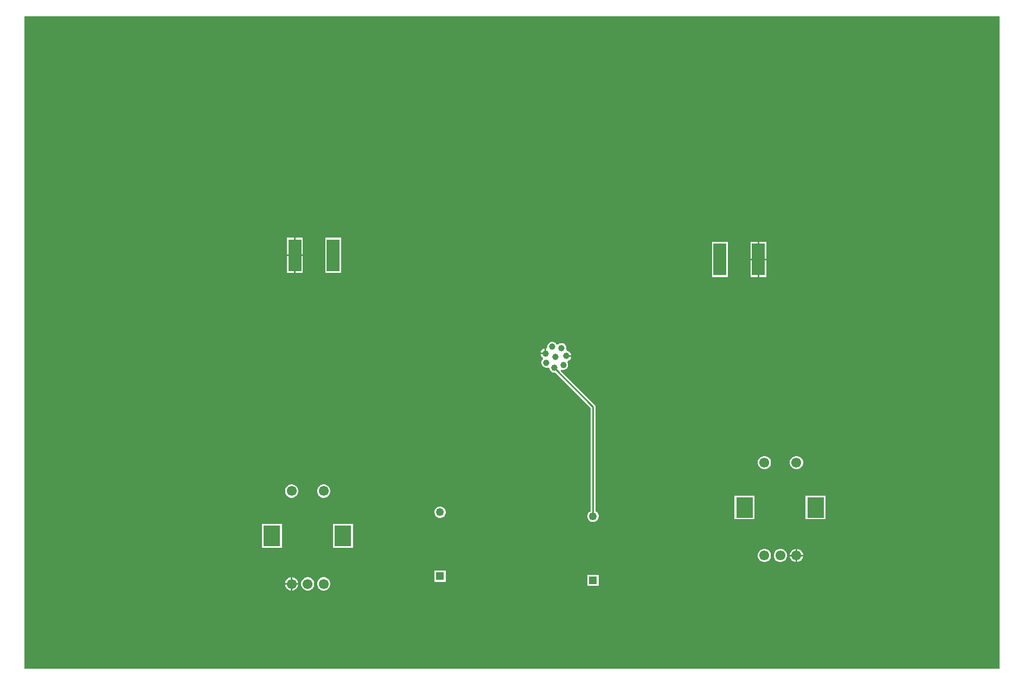
<source format=gbr>
G04*
G04 #@! TF.GenerationSoftware,Altium Limited,Altium Designer,24.10.1 (45)*
G04*
G04 Layer_Physical_Order=2*
G04 Layer_Color=16711680*
%FSLAX44Y44*%
%MOMM*%
G71*
G04*
G04 #@! TF.SameCoordinates,B1CABA93-0C74-4B59-BD3F-C8C2F7FF4E79*
G04*
G04*
G04 #@! TF.FilePolarity,Positive*
G04*
G01*
G75*
%ADD11C,0.2540*%
%ADD16R,1.2500X1.2500*%
%ADD17C,1.2500*%
%ADD18C,1.0000*%
%ADD19R,2.0000X5.0000*%
%ADD20R,2.6000X3.2000*%
%ADD21C,1.5500*%
G36*
X1522730D02*
X0D01*
Y1018540D01*
X1522730D01*
Y0D01*
D02*
G37*
%LPC*%
G36*
X434660Y672700D02*
X423390D01*
Y646430D01*
X434660D01*
Y672700D01*
D02*
G37*
G36*
X420850D02*
X409580D01*
Y646430D01*
X420850D01*
Y672700D01*
D02*
G37*
G36*
X1158390Y666350D02*
X1147120D01*
Y640080D01*
X1158390D01*
Y666350D01*
D02*
G37*
G36*
X1144580D02*
X1133310D01*
Y640080D01*
X1144580D01*
Y666350D01*
D02*
G37*
G36*
X494660Y672700D02*
X469580D01*
Y617620D01*
X494660D01*
Y672700D01*
D02*
G37*
G36*
X434660Y643890D02*
X423390D01*
Y617620D01*
X434660D01*
Y643890D01*
D02*
G37*
G36*
X420850D02*
X409580D01*
Y617620D01*
X420850D01*
Y643890D01*
D02*
G37*
G36*
X1158390Y637540D02*
X1147120D01*
Y611270D01*
X1158390D01*
Y637540D01*
D02*
G37*
G36*
X1144580D02*
X1133310D01*
Y611270D01*
X1144580D01*
Y637540D01*
D02*
G37*
G36*
X1098390Y666350D02*
X1073310D01*
Y611270D01*
X1098390D01*
Y666350D01*
D02*
G37*
G36*
X812053Y499656D02*
X810413Y499216D01*
X808693Y498223D01*
X807289Y496820D01*
X806297Y495100D01*
X805857Y493460D01*
X812053D01*
Y499656D01*
D02*
G37*
G36*
X824854Y510053D02*
X822869D01*
X820951Y509539D01*
X819232Y508547D01*
X817828Y507143D01*
X816835Y505424D01*
X816321Y503506D01*
Y501822D01*
X815859Y501108D01*
X814593Y499978D01*
Y492190D01*
X813323D01*
Y490920D01*
X805857D01*
X806297Y489280D01*
X807289Y487560D01*
X808693Y486157D01*
X809162Y485886D01*
X809415Y485313D01*
X809553Y482946D01*
X809529Y482884D01*
X808790Y482144D01*
X807797Y480425D01*
X807283Y478507D01*
Y476522D01*
X807797Y474604D01*
X808790Y472885D01*
X810193Y471481D01*
X811913Y470488D01*
X813830Y469974D01*
X815816D01*
X817153Y470333D01*
X818842Y469468D01*
X819693Y468686D01*
Y468545D01*
X820207Y466627D01*
X821199Y464908D01*
X822603Y463504D01*
X824322Y462511D01*
X826240Y461997D01*
X828225D01*
X829056Y462220D01*
X883845Y407431D01*
Y245867D01*
X882333Y244994D01*
X880696Y243357D01*
X879539Y241353D01*
X878940Y239117D01*
Y236803D01*
X879539Y234567D01*
X880696Y232563D01*
X882333Y230926D01*
X884337Y229769D01*
X886573Y229170D01*
X888887D01*
X891123Y229769D01*
X893127Y230926D01*
X894764Y232563D01*
X895921Y234567D01*
X896520Y236803D01*
Y239117D01*
X895921Y241353D01*
X894764Y243357D01*
X893127Y244994D01*
X891615Y245867D01*
Y409040D01*
X891319Y410527D01*
X890477Y411787D01*
X837253Y465010D01*
X837802Y466183D01*
X838733Y467123D01*
X840214Y466726D01*
X842199D01*
X844117Y467240D01*
X845836Y468232D01*
X847240Y469636D01*
X848233Y471356D01*
X848746Y473273D01*
Y475259D01*
X848233Y477176D01*
X847656Y478174D01*
X848290Y480387D01*
X848724Y481004D01*
X849132Y481113D01*
X850852Y482106D01*
X852255Y483510D01*
X853248Y485229D01*
X853688Y486870D01*
X846222D01*
Y489409D01*
X853688D01*
X853248Y491050D01*
X852255Y492769D01*
X850852Y494173D01*
X849132Y495166D01*
X847215Y495680D01*
X846321Y496804D01*
X845641Y498219D01*
X846043Y499717D01*
Y501703D01*
X845529Y503620D01*
X844536Y505340D01*
X843132Y506744D01*
X841413Y507736D01*
X839495Y508250D01*
X837510D01*
X835592Y507736D01*
X833873Y506744D01*
X833284Y506155D01*
X832986Y506064D01*
X830663Y506320D01*
X830236Y506552D01*
X829895Y507143D01*
X828491Y508547D01*
X826772Y509539D01*
X824854Y510053D01*
D02*
G37*
G36*
X1206495Y332060D02*
X1203785D01*
X1201168Y331359D01*
X1198822Y330004D01*
X1196906Y328088D01*
X1195551Y325742D01*
X1194850Y323125D01*
Y320415D01*
X1195551Y317798D01*
X1196906Y315452D01*
X1198822Y313536D01*
X1201168Y312181D01*
X1203785Y311480D01*
X1206495D01*
X1209112Y312181D01*
X1211458Y313536D01*
X1213374Y315452D01*
X1214729Y317798D01*
X1215430Y320415D01*
Y323125D01*
X1214729Y325742D01*
X1213374Y328088D01*
X1211458Y330004D01*
X1209112Y331359D01*
X1206495Y332060D01*
D02*
G37*
G36*
X1156495D02*
X1153785D01*
X1151168Y331359D01*
X1148822Y330004D01*
X1146906Y328088D01*
X1145551Y325742D01*
X1144850Y323125D01*
Y320415D01*
X1145551Y317798D01*
X1146906Y315452D01*
X1148822Y313536D01*
X1151168Y312181D01*
X1153785Y311480D01*
X1156495D01*
X1159112Y312181D01*
X1161458Y313536D01*
X1163374Y315452D01*
X1164729Y317798D01*
X1165430Y320415D01*
Y323125D01*
X1164729Y325742D01*
X1163374Y328088D01*
X1161458Y330004D01*
X1159112Y331359D01*
X1156495Y332060D01*
D02*
G37*
G36*
X468625Y287610D02*
X465915D01*
X463298Y286909D01*
X460952Y285554D01*
X459036Y283638D01*
X457681Y281292D01*
X456980Y278675D01*
Y275965D01*
X457681Y273348D01*
X459036Y271002D01*
X460952Y269086D01*
X463298Y267731D01*
X465915Y267030D01*
X468625D01*
X471242Y267731D01*
X473588Y269086D01*
X475504Y271002D01*
X476859Y273348D01*
X477560Y275965D01*
Y278675D01*
X476859Y281292D01*
X475504Y283638D01*
X473588Y285554D01*
X471242Y286909D01*
X468625Y287610D01*
D02*
G37*
G36*
X418625D02*
X415915D01*
X413298Y286909D01*
X410952Y285554D01*
X409036Y283638D01*
X407681Y281292D01*
X406980Y278675D01*
Y275965D01*
X407681Y273348D01*
X409036Y271002D01*
X410952Y269086D01*
X413298Y267731D01*
X415915Y267030D01*
X418625D01*
X421242Y267731D01*
X423588Y269086D01*
X425504Y271002D01*
X426859Y273348D01*
X427560Y275965D01*
Y278675D01*
X426859Y281292D01*
X425504Y283638D01*
X423588Y285554D01*
X421242Y286909D01*
X418625Y287610D01*
D02*
G37*
G36*
X650127Y253100D02*
X647813D01*
X645577Y252501D01*
X643573Y251344D01*
X641936Y249707D01*
X640779Y247703D01*
X640180Y245467D01*
Y243153D01*
X640779Y240917D01*
X641936Y238913D01*
X643573Y237276D01*
X645577Y236119D01*
X647813Y235520D01*
X650127D01*
X652363Y236119D01*
X654367Y237276D01*
X656004Y238913D01*
X657161Y240917D01*
X657760Y243153D01*
Y245467D01*
X657161Y247703D01*
X656004Y249707D01*
X654367Y251344D01*
X652363Y252501D01*
X650127Y253100D01*
D02*
G37*
G36*
X1250680Y270310D02*
X1219600D01*
Y233230D01*
X1250680D01*
Y270310D01*
D02*
G37*
G36*
X1139680D02*
X1108600D01*
Y233230D01*
X1139680D01*
Y270310D01*
D02*
G37*
G36*
X512810Y225860D02*
X481730D01*
Y188780D01*
X512810D01*
Y225860D01*
D02*
G37*
G36*
X401810D02*
X370730D01*
Y188780D01*
X401810D01*
Y225860D01*
D02*
G37*
G36*
X1206495Y187060D02*
X1206410D01*
Y178040D01*
X1215430D01*
Y178125D01*
X1214729Y180742D01*
X1213374Y183088D01*
X1211458Y185004D01*
X1209112Y186359D01*
X1206495Y187060D01*
D02*
G37*
G36*
X1203870D02*
X1203785D01*
X1201168Y186359D01*
X1198822Y185004D01*
X1196906Y183088D01*
X1195551Y180742D01*
X1194850Y178125D01*
Y178040D01*
X1203870D01*
Y187060D01*
D02*
G37*
G36*
X1215430Y175500D02*
X1206410D01*
Y166480D01*
X1206495D01*
X1209112Y167181D01*
X1211458Y168536D01*
X1213374Y170452D01*
X1214729Y172798D01*
X1215430Y175415D01*
Y175500D01*
D02*
G37*
G36*
X1203870D02*
X1194850D01*
Y175415D01*
X1195551Y172798D01*
X1196906Y170452D01*
X1198822Y168536D01*
X1201168Y167181D01*
X1203785Y166480D01*
X1203870D01*
Y175500D01*
D02*
G37*
G36*
X1181495Y187060D02*
X1178785D01*
X1176168Y186359D01*
X1173822Y185004D01*
X1171906Y183088D01*
X1170551Y180742D01*
X1169850Y178125D01*
Y175415D01*
X1170551Y172798D01*
X1171906Y170452D01*
X1173822Y168536D01*
X1176168Y167181D01*
X1178785Y166480D01*
X1181495D01*
X1184112Y167181D01*
X1186458Y168536D01*
X1188374Y170452D01*
X1189729Y172798D01*
X1190430Y175415D01*
Y178125D01*
X1189729Y180742D01*
X1188374Y183088D01*
X1186458Y185004D01*
X1184112Y186359D01*
X1181495Y187060D01*
D02*
G37*
G36*
X1156495D02*
X1153785D01*
X1151168Y186359D01*
X1148822Y185004D01*
X1146906Y183088D01*
X1145551Y180742D01*
X1144850Y178125D01*
Y175415D01*
X1145551Y172798D01*
X1146906Y170452D01*
X1148822Y168536D01*
X1151168Y167181D01*
X1153785Y166480D01*
X1156495D01*
X1159112Y167181D01*
X1161458Y168536D01*
X1163374Y170452D01*
X1164729Y172798D01*
X1165430Y175415D01*
Y178125D01*
X1164729Y180742D01*
X1163374Y183088D01*
X1161458Y185004D01*
X1159112Y186359D01*
X1156495Y187060D01*
D02*
G37*
G36*
X657760Y153100D02*
X640180D01*
Y135520D01*
X657760D01*
Y153100D01*
D02*
G37*
G36*
X418625Y142610D02*
X418540D01*
Y133590D01*
X427560D01*
Y133675D01*
X426859Y136292D01*
X425504Y138638D01*
X423588Y140554D01*
X421242Y141909D01*
X418625Y142610D01*
D02*
G37*
G36*
X416000D02*
X415915D01*
X413298Y141909D01*
X410952Y140554D01*
X409036Y138638D01*
X407681Y136292D01*
X406980Y133675D01*
Y133590D01*
X416000D01*
Y142610D01*
D02*
G37*
G36*
X896520Y146750D02*
X878940D01*
Y129170D01*
X896520D01*
Y146750D01*
D02*
G37*
G36*
X468625Y142610D02*
X465915D01*
X463298Y141909D01*
X460952Y140554D01*
X459036Y138638D01*
X457681Y136292D01*
X456980Y133675D01*
Y130965D01*
X457681Y128348D01*
X459036Y126002D01*
X460952Y124086D01*
X463298Y122731D01*
X465915Y122030D01*
X468625D01*
X471242Y122731D01*
X473588Y124086D01*
X475504Y126002D01*
X476859Y128348D01*
X477560Y130965D01*
Y133675D01*
X476859Y136292D01*
X475504Y138638D01*
X473588Y140554D01*
X471242Y141909D01*
X468625Y142610D01*
D02*
G37*
G36*
X443625D02*
X440915D01*
X438298Y141909D01*
X435952Y140554D01*
X434036Y138638D01*
X432681Y136292D01*
X431980Y133675D01*
Y130965D01*
X432681Y128348D01*
X434036Y126002D01*
X435952Y124086D01*
X438298Y122731D01*
X440915Y122030D01*
X443625D01*
X446242Y122731D01*
X448588Y124086D01*
X450504Y126002D01*
X451859Y128348D01*
X452560Y130965D01*
Y133675D01*
X451859Y136292D01*
X450504Y138638D01*
X448588Y140554D01*
X446242Y141909D01*
X443625Y142610D01*
D02*
G37*
G36*
X427560Y131050D02*
X418540D01*
Y122030D01*
X418625D01*
X421242Y122731D01*
X423588Y124086D01*
X425504Y126002D01*
X426859Y128348D01*
X427560Y130965D01*
Y131050D01*
D02*
G37*
G36*
X416000D02*
X406980D01*
Y130965D01*
X407681Y128348D01*
X409036Y126002D01*
X410952Y124086D01*
X413298Y122731D01*
X415915Y122030D01*
X416000D01*
Y131050D01*
D02*
G37*
%LPD*%
D11*
X827233Y469537D02*
X887730Y409040D01*
Y237960D02*
Y409040D01*
D16*
X648970Y144310D02*
D03*
X887730Y137960D02*
D03*
D17*
X648970Y244310D02*
D03*
X887730Y237960D02*
D03*
D18*
X829310Y486410D02*
D03*
X838503Y500710D02*
D03*
X823861Y502513D02*
D03*
X813323Y492190D02*
D03*
X814823Y477514D02*
D03*
X846222Y488139D02*
D03*
X827233Y469537D02*
D03*
X841206Y474266D02*
D03*
D19*
X482120Y645160D02*
D03*
X422120D02*
D03*
X1145850Y638810D02*
D03*
X1085850D02*
D03*
D20*
X497270Y207320D02*
D03*
X386270D02*
D03*
X1235140Y251770D02*
D03*
X1124140D02*
D03*
D21*
X417270Y277320D02*
D03*
X467270D02*
D03*
X417270Y132320D02*
D03*
X467270D02*
D03*
X442270D02*
D03*
X1155140Y321770D02*
D03*
X1205140D02*
D03*
X1155140Y176770D02*
D03*
X1205140D02*
D03*
X1180140D02*
D03*
M02*

</source>
